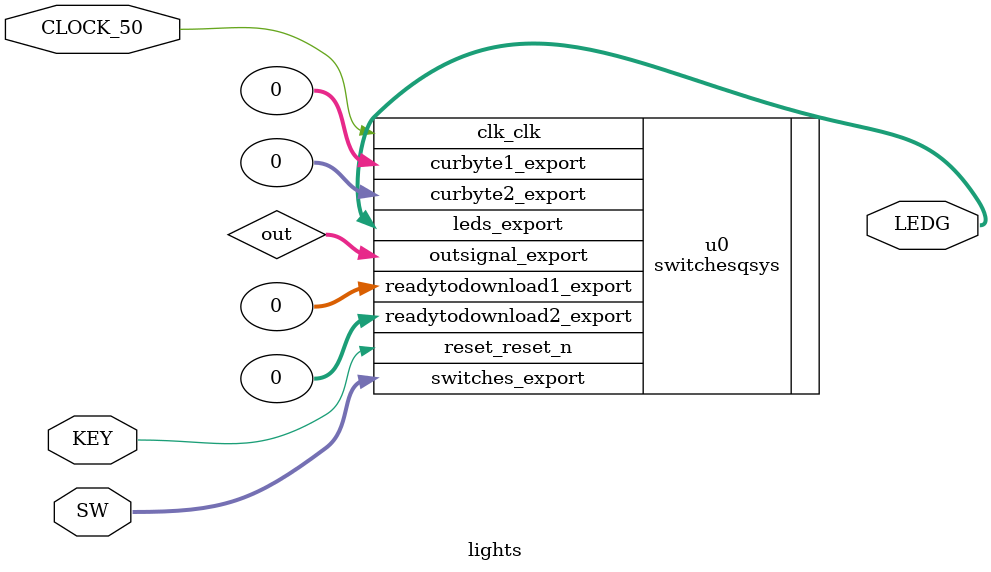
<source format=v>
module lights (CLOCK_50, SW, KEY, LEDG);
input CLOCK_50;
input [7:0] SW;
input [0:0] KEY;
output [7:0] LEDG;
// Instantiate the Nios II system module generated by the Qsys tool:
//switchesqsys NiosII (
//.clk_clk(CLOCK_50),
//.reset_reset_n(KEY),
//.switches_export(SW),
//.leds_export(LEDG));
wire [3:0]out;

    switchesqsys u0 (
        .clk_clk                 (CLOCK_50),                 //              clk.clk
        .reset_reset_n           (KEY),           //            reset.reset_n
        .switches_export         (SW),         //         switches.export
        .leds_export             (LEDG),             //             leds.export
        .readytodownload1_export (0), // readytodownload1.export
        .outsignal_export        (out),        //        outsignal.export
        .curbyte1_export         (0),         //         curbyte1.export
        .readytodownload2_export (0), // readytodownload2.export
        .curbyte2_export         (0)          //         curbyte2.export
    );

endmodule


//switchesqsys u0 (
//        .clk_clk         (<connected-to-clk_clk>),         //      clk.clk
//        .reset_reset_n   (<connected-to-reset_reset_n>),   //    reset.reset_n
//        .switches_export (<connected-to-switches_export>), // switches.export
//        .leds_export     (<connected-to-leds_export>)      //     leds.export
//    );

</source>
